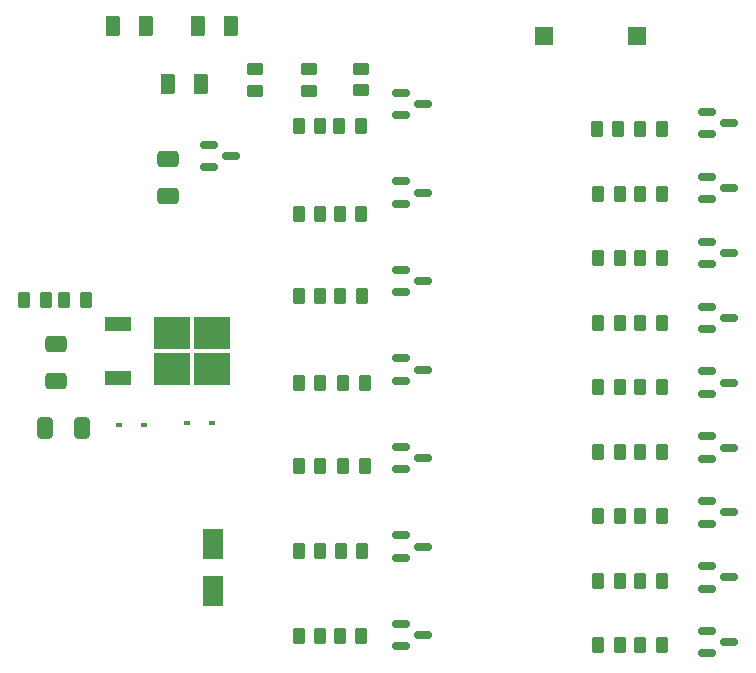
<source format=gbr>
%TF.GenerationSoftware,KiCad,Pcbnew,(6.0.10)*%
%TF.CreationDate,2023-03-15T17:39:42-04:00*%
%TF.ProjectId,pwm_pcb,70776d5f-7063-4622-9e6b-696361645f70,rev?*%
%TF.SameCoordinates,Original*%
%TF.FileFunction,Paste,Top*%
%TF.FilePolarity,Positive*%
%FSLAX46Y46*%
G04 Gerber Fmt 4.6, Leading zero omitted, Abs format (unit mm)*
G04 Created by KiCad (PCBNEW (6.0.10)) date 2023-03-15 17:39:42*
%MOMM*%
%LPD*%
G01*
G04 APERTURE LIST*
G04 Aperture macros list*
%AMRoundRect*
0 Rectangle with rounded corners*
0 $1 Rounding radius*
0 $2 $3 $4 $5 $6 $7 $8 $9 X,Y pos of 4 corners*
0 Add a 4 corners polygon primitive as box body*
4,1,4,$2,$3,$4,$5,$6,$7,$8,$9,$2,$3,0*
0 Add four circle primitives for the rounded corners*
1,1,$1+$1,$2,$3*
1,1,$1+$1,$4,$5*
1,1,$1+$1,$6,$7*
1,1,$1+$1,$8,$9*
0 Add four rect primitives between the rounded corners*
20,1,$1+$1,$2,$3,$4,$5,0*
20,1,$1+$1,$4,$5,$6,$7,0*
20,1,$1+$1,$6,$7,$8,$9,0*
20,1,$1+$1,$8,$9,$2,$3,0*%
G04 Aperture macros list end*
%ADD10RoundRect,0.250000X0.375000X0.625000X-0.375000X0.625000X-0.375000X-0.625000X0.375000X-0.625000X0*%
%ADD11RoundRect,0.250000X-0.262500X-0.450000X0.262500X-0.450000X0.262500X0.450000X-0.262500X0.450000X0*%
%ADD12RoundRect,0.250000X0.412500X0.650000X-0.412500X0.650000X-0.412500X-0.650000X0.412500X-0.650000X0*%
%ADD13RoundRect,0.250000X0.262500X0.450000X-0.262500X0.450000X-0.262500X-0.450000X0.262500X-0.450000X0*%
%ADD14RoundRect,0.250000X0.450000X-0.262500X0.450000X0.262500X-0.450000X0.262500X-0.450000X-0.262500X0*%
%ADD15RoundRect,0.150000X-0.587500X-0.150000X0.587500X-0.150000X0.587500X0.150000X-0.587500X0.150000X0*%
%ADD16R,0.600000X0.450000*%
%ADD17RoundRect,0.250000X0.650000X-0.412500X0.650000X0.412500X-0.650000X0.412500X-0.650000X-0.412500X0*%
%ADD18R,1.800000X2.500000*%
%ADD19R,3.050000X2.750000*%
%ADD20R,2.200000X1.200000*%
%ADD21R,1.500000X1.500000*%
G04 APERTURE END LIST*
D10*
%TO.C,F1*%
X105032000Y-57912000D03*
X102232000Y-57912000D03*
%TD*%
D11*
%TO.C,R13*%
X138637000Y-72644000D03*
X140462000Y-72644000D03*
%TD*%
D12*
%TO.C,C2*%
X94950000Y-87000000D03*
X91825000Y-87000000D03*
%TD*%
D11*
%TO.C,R26*%
X113291500Y-90254700D03*
X115116500Y-90254700D03*
%TD*%
D13*
%TO.C,R12*%
X142193000Y-67183000D03*
X144018000Y-67183000D03*
%TD*%
%TO.C,R7*%
X118545500Y-61468000D03*
X116720500Y-61468000D03*
%TD*%
D11*
%TO.C,R30*%
X115116500Y-104648000D03*
X113291500Y-104648000D03*
%TD*%
%TO.C,R17*%
X138637000Y-89027000D03*
X140462000Y-89027000D03*
%TD*%
D14*
%TO.C,R35*%
X118600000Y-58443500D03*
X118600000Y-56618500D03*
%TD*%
D11*
%TO.C,R25*%
X113291500Y-97451300D03*
X115116500Y-97451300D03*
%TD*%
D15*
%TO.C,Q1*%
X147858000Y-76742200D03*
X147858000Y-78642200D03*
X149733000Y-77692200D03*
%TD*%
D13*
%TO.C,R11*%
X142193000Y-61722000D03*
X144018000Y-61722000D03*
%TD*%
D16*
%TO.C,D3*%
X103850000Y-86600000D03*
X105950000Y-86600000D03*
%TD*%
D17*
%TO.C,C1*%
X102200000Y-67362500D03*
X102200000Y-64237500D03*
%TD*%
D15*
%TO.C,Q17*%
X105662500Y-63050000D03*
X105662500Y-64950000D03*
X107537500Y-64000000D03*
%TD*%
D11*
%TO.C,R14*%
X138637000Y-83566000D03*
X140462000Y-83566000D03*
%TD*%
D13*
%TO.C,R37*%
X91862500Y-76200000D03*
X90037500Y-76200000D03*
%TD*%
%TO.C,R36*%
X95262500Y-76200000D03*
X93437500Y-76200000D03*
%TD*%
D11*
%TO.C,R29*%
X113291500Y-83195500D03*
X115116500Y-83195500D03*
%TD*%
D15*
%TO.C,Q15*%
X121950000Y-81120000D03*
X121950000Y-83020000D03*
X123825000Y-82070000D03*
%TD*%
D16*
%TO.C,D5*%
X100200000Y-86800000D03*
X98100000Y-86800000D03*
%TD*%
D13*
%TO.C,R8*%
X118618000Y-75861300D03*
X116793000Y-75861300D03*
%TD*%
D15*
%TO.C,Q16*%
X121950000Y-103599000D03*
X121950000Y-105499000D03*
X123825000Y-104549000D03*
%TD*%
%TO.C,Q3*%
X121950000Y-58641000D03*
X121950000Y-60541000D03*
X123825000Y-59591000D03*
%TD*%
%TO.C,Q9*%
X147858000Y-87727700D03*
X147858000Y-89627700D03*
X149733000Y-88677700D03*
%TD*%
%TO.C,Q13*%
X121950000Y-96106000D03*
X121950000Y-98006000D03*
X123825000Y-97056000D03*
%TD*%
D13*
%TO.C,R20*%
X142193000Y-94488000D03*
X144018000Y-94488000D03*
%TD*%
D11*
%TO.C,R10*%
X138637000Y-67183000D03*
X140462000Y-67183000D03*
%TD*%
D13*
%TO.C,R16*%
X142193000Y-83566000D03*
X144018000Y-83566000D03*
%TD*%
D14*
%TO.C,R33*%
X109600000Y-58467000D03*
X109600000Y-56642000D03*
%TD*%
D15*
%TO.C,Q12*%
X147858000Y-104206000D03*
X147858000Y-106106000D03*
X149733000Y-105156000D03*
%TD*%
D13*
%TO.C,R28*%
X118872000Y-90254700D03*
X117047000Y-90254700D03*
%TD*%
D15*
%TO.C,Q6*%
X147858000Y-65756700D03*
X147858000Y-67656700D03*
X149733000Y-66706700D03*
%TD*%
%TO.C,Q4*%
X121950000Y-73627000D03*
X121950000Y-75527000D03*
X123825000Y-74577000D03*
%TD*%
D11*
%TO.C,R18*%
X138637000Y-94488000D03*
X140462000Y-94488000D03*
%TD*%
D18*
%TO.C,D4*%
X106000000Y-96800000D03*
X106000000Y-100800000D03*
%TD*%
D15*
%TO.C,Q5*%
X147858000Y-60264000D03*
X147858000Y-62164000D03*
X149733000Y-61214000D03*
%TD*%
D11*
%TO.C,R6*%
X113291500Y-75861300D03*
X115116500Y-75861300D03*
%TD*%
D10*
%TO.C,D2*%
X107600000Y-53000000D03*
X104800000Y-53000000D03*
%TD*%
D13*
%TO.C,R31*%
X118872000Y-83195500D03*
X117047000Y-83195500D03*
%TD*%
D15*
%TO.C,Q10*%
X147858000Y-93220500D03*
X147858000Y-95120500D03*
X149733000Y-94170500D03*
%TD*%
D13*
%TO.C,R15*%
X142193000Y-72644000D03*
X144018000Y-72644000D03*
%TD*%
%TO.C,R4*%
X118578500Y-68893800D03*
X116753500Y-68893800D03*
%TD*%
D10*
%TO.C,D1*%
X100400000Y-53000000D03*
X97600000Y-53000000D03*
%TD*%
D19*
%TO.C,U2*%
X102600000Y-79000000D03*
X105950000Y-79000000D03*
X102600000Y-82050000D03*
X105950000Y-82050000D03*
D20*
X97975000Y-78245000D03*
X97975000Y-82805000D03*
%TD*%
D13*
%TO.C,R23*%
X142193000Y-99949000D03*
X144018000Y-99949000D03*
%TD*%
D17*
%TO.C,C3*%
X92750000Y-83000000D03*
X92750000Y-79875000D03*
%TD*%
D15*
%TO.C,Q8*%
X147858000Y-82235000D03*
X147858000Y-84135000D03*
X149733000Y-83185000D03*
%TD*%
D11*
%TO.C,R2*%
X113291500Y-68893800D03*
X115116500Y-68893800D03*
%TD*%
%TO.C,R5*%
X113291500Y-61468000D03*
X115116500Y-61468000D03*
%TD*%
D13*
%TO.C,R19*%
X142193000Y-89027000D03*
X144018000Y-89027000D03*
%TD*%
D21*
%TO.C,SW1*%
X134100000Y-53800000D03*
X141900000Y-53800000D03*
%TD*%
D15*
%TO.C,Q11*%
X147858000Y-98713200D03*
X147858000Y-100613200D03*
X149733000Y-99663200D03*
%TD*%
%TO.C,Q7*%
X147858000Y-71249500D03*
X147858000Y-73149500D03*
X149733000Y-72199500D03*
%TD*%
%TO.C,Q2*%
X121950000Y-66134000D03*
X121950000Y-68034000D03*
X123825000Y-67084000D03*
%TD*%
D14*
%TO.C,R34*%
X114200000Y-58467000D03*
X114200000Y-56642000D03*
%TD*%
D13*
%TO.C,R27*%
X118665000Y-97451300D03*
X116840000Y-97451300D03*
%TD*%
%TO.C,R32*%
X118594500Y-104648000D03*
X116769500Y-104648000D03*
%TD*%
D11*
%TO.C,R22*%
X138637000Y-105410000D03*
X140462000Y-105410000D03*
%TD*%
D15*
%TO.C,Q14*%
X121950000Y-88613000D03*
X121950000Y-90513000D03*
X123825000Y-89563000D03*
%TD*%
D13*
%TO.C,R24*%
X142193000Y-105410000D03*
X144018000Y-105410000D03*
%TD*%
D11*
%TO.C,R1*%
X138637000Y-78105000D03*
X140462000Y-78105000D03*
%TD*%
D13*
%TO.C,R3*%
X142193000Y-78105000D03*
X144018000Y-78105000D03*
%TD*%
D11*
%TO.C,R21*%
X138637000Y-99949000D03*
X140462000Y-99949000D03*
%TD*%
%TO.C,R9*%
X138533500Y-61722000D03*
X140358500Y-61722000D03*
%TD*%
M02*

</source>
